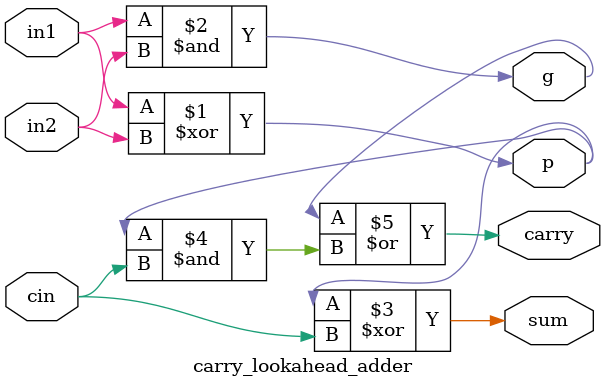
<source format=sv>
module carry_lookahead_adder(
                                input logic in1,
                                input logic in2,
                                input logic cin,
                                output logic sum,
                                output logic carry,
                                output logic p,
                                output logic g
);

    //generating propagated carry and generated carry for next stage
    assign p = in1 ^ in2;
    assign g = in1 & in2;

    //generating sum and carry for this stage
    assign sum = p ^ cin;
    assign carry = g | (p&cin);

endmodule

</source>
